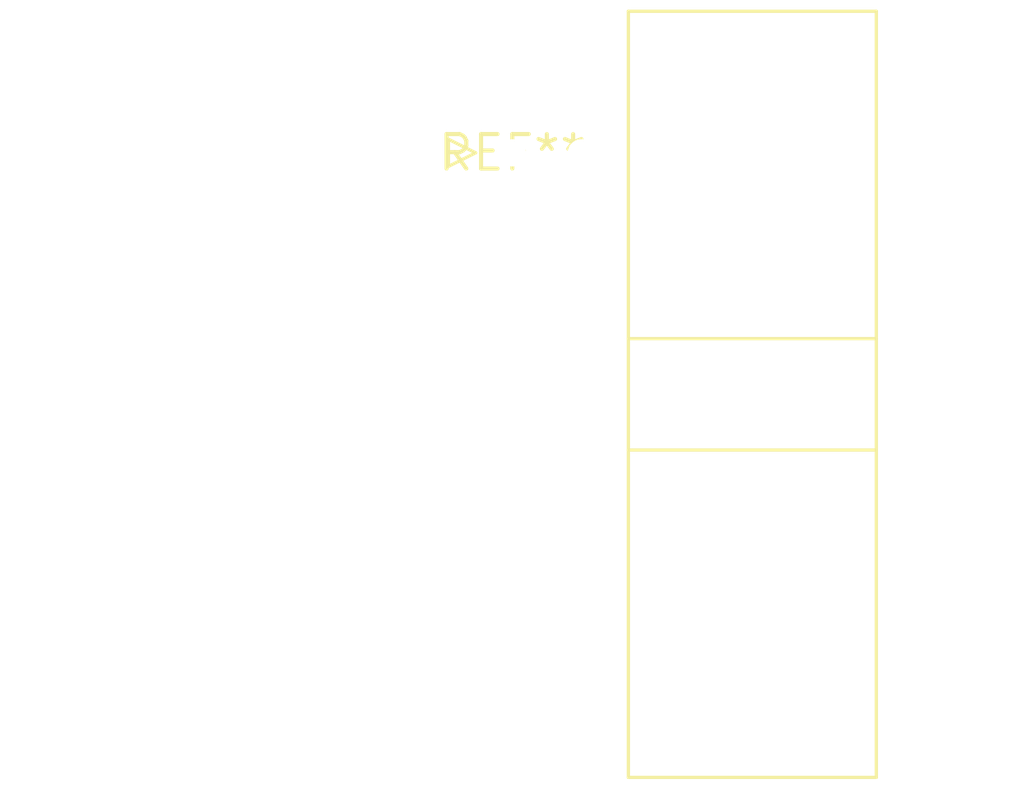
<source format=kicad_pcb>
(kicad_pcb (version 20240108) (generator pcbnew)
  (layers (0 "F.Cu" signal) (31 "B.Cu" signal) (34 "B.Paste" user) (35 "F.Paste" user) (36 "B.SilkS" user "B.Silkscreen") (37 "F.SilkS" user "F.Silkscreen") (38 "B.Mask" user) (39 "F.Mask" user) (44 "Edge.Cuts" user))
  (net 0 "")
  (footprint "IDC-Header_2x08_P2.54mm_Horizontal" (layer "F.Cu") (at 0 0)
    (property "Reference" "REF**")
    (property "Value" "IDC-Header_2x08_P2.54mm_Horizontal")
    (fp_line (start -2.35 -0.5) (end -2.35 0.5) (layer "F.SilkS") (stroke (width 0.12)))
    (fp_line (start -2.35 0.5) (end -1.35 0) (layer "F.SilkS") (stroke (width 0.12)))
    (fp_line (start -1.35 0) (end -2.35 -0.5) (layer "F.SilkS") (stroke (width 0.12)))
    (fp_line (start 4.27 -5.21) (end 13.39 -5.21) (layer "F.SilkS") (stroke (width 0.12)))
    (fp_line (start 4.27 6.84) (end 13.39 6.84) (layer "F.SilkS") (stroke (width 0.12)))
    (fp_line (start 4.27 10.94) (end 13.39 10.94) (layer "F.SilkS") (stroke (width 0.12)))
    (fp_line (start 4.27 22.99) (end 4.27 -5.21) (layer "F.SilkS") (stroke (width 0.12)))
    (fp_line (start 13.39 -5.21) (end 13.39 22.99) (layer "F.SilkS") (stroke (width 0.12)))
    (fp_line (start 13.39 22.99) (end 4.27 22.99) (layer "F.SilkS") (stroke (width 0.12)))
    (pad "1" thru_hole roundrect (at 0 0) (size 1.7 1.7) (drill 1) (layers *.Cu *.Mask) (remove_unused_layers) (roundrect_rratio 0.147059))
    (pad "2" thru_hole circle (at 2.54 0) (size 1.7 1.7) (drill 1) (layers *.Cu *.Mask) (remove_unused_layers))
    (pad "3" thru_hole circle (at 0 2.54) (size 1.7 1.7) (drill 1) (layers *.Cu *.Mask) (remove_unused_layers))
    (pad "4" thru_hole circle (at 2.54 2.54) (size 1.7 1.7) (drill 1) (layers *.Cu *.Mask) (remove_unused_layers))
    (pad "5" thru_hole circle (at 0 5.08) (size 1.7 1.7) (drill 1) (layers *.Cu *.Mask) (remove_unused_layers))
    (pad "6" thru_hole circle (at 2.54 5.08) (size 1.7 1.7) (drill 1) (layers *.Cu *.Mask) (remove_unused_layers))
    (pad "7" thru_hole circle (at 0 7.62) (size 1.7 1.7) (drill 1) (layers *.Cu *.Mask) (remove_unused_layers))
    (pad "8" thru_hole circle (at 2.54 7.62) (size 1.7 1.7) (drill 1) (layers *.Cu *.Mask) (remove_unused_layers))
    (pad "9" thru_hole circle (at 0 10.16) (size 1.7 1.7) (drill 1) (layers *.Cu *.Mask) (remove_unused_layers))
    (pad "10" thru_hole circle (at 2.54 10.16) (size 1.7 1.7) (drill 1) (layers *.Cu *.Mask) (remove_unused_layers))
    (pad "11" thru_hole circle (at 0 12.7) (size 1.7 1.7) (drill 1) (layers *.Cu *.Mask) (remove_unused_layers))
    (pad "12" thru_hole circle (at 2.54 12.7) (size 1.7 1.7) (drill 1) (layers *.Cu *.Mask) (remove_unused_layers))
    (pad "13" thru_hole circle (at 0 15.24) (size 1.7 1.7) (drill 1) (layers *.Cu *.Mask) (remove_unused_layers))
    (pad "14" thru_hole circle (at 2.54 15.24) (size 1.7 1.7) (drill 1) (layers *.Cu *.Mask) (remove_unused_layers))
    (pad "15" thru_hole circle (at 0 17.78) (size 1.7 1.7) (drill 1) (layers *.Cu *.Mask) (remove_unused_layers))
    (pad "16" thru_hole circle (at 2.54 17.78) (size 1.7 1.7) (drill 1) (layers *.Cu *.Mask) (remove_unused_layers))
  )
)
</source>
